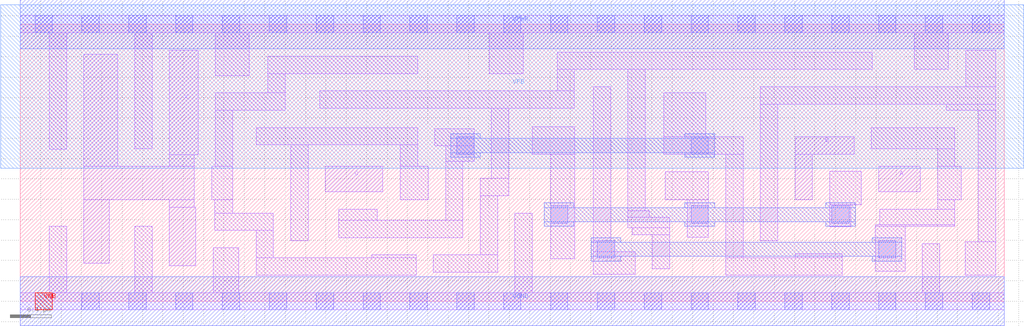
<source format=lef>
# Copyright 2020 The SkyWater PDK Authors
#
# Licensed under the Apache License, Version 2.0 (the "License");
# you may not use this file except in compliance with the License.
# You may obtain a copy of the License at
#
#     https://www.apache.org/licenses/LICENSE-2.0
#
# Unless required by applicable law or agreed to in writing, software
# distributed under the License is distributed on an "AS IS" BASIS,
# WITHOUT WARRANTIES OR CONDITIONS OF ANY KIND, either express or implied.
# See the License for the specific language governing permissions and
# limitations under the License.
#
# SPDX-License-Identifier: Apache-2.0

VERSION 5.7 ;
  NOWIREEXTENSIONATPIN ON ;
  DIVIDERCHAR "/" ;
  BUSBITCHARS "[]" ;
MACRO sky130_fd_sc_hd__xnor3_4
  CLASS CORE ;
  FOREIGN sky130_fd_sc_hd__xnor3_4 ;
  ORIGIN  0.000000  0.000000 ;
  SIZE  9.660000 BY  2.720000 ;
  SYMMETRY X Y R90 ;
  SITE unithd ;
  PIN A
    ANTENNAGATEAREA  0.246000 ;
    DIRECTION INPUT ;
    USE SIGNAL ;
    PORT
      LAYER li1 ;
        RECT 8.425000 1.075000 8.835000 1.325000 ;
    END
  END A
  PIN B
    ANTENNAGATEAREA  0.661500 ;
    DIRECTION INPUT ;
    USE SIGNAL ;
    PORT
      LAYER li1 ;
        RECT 7.605000 0.995000 7.775000 1.445000 ;
        RECT 7.605000 1.445000 8.185000 1.615000 ;
    END
  END B
  PIN C
    ANTENNAGATEAREA  0.381000 ;
    DIRECTION INPUT ;
    USE SIGNAL ;
    PORT
      LAYER li1 ;
        RECT 2.995000 1.075000 3.560000 1.325000 ;
    END
  END C
  PIN VNB
    PORT
      LAYER pwell ;
        RECT 0.145000 -0.085000 0.315000 0.085000 ;
    END
  END VNB
  PIN VPB
    PORT
      LAYER nwell ;
        RECT -0.190000 1.305000 9.850000 2.910000 ;
    END
  END VPB
  PIN X
    ANTENNADIFFAREA  0.891000 ;
    DIRECTION OUTPUT ;
    USE SIGNAL ;
    PORT
      LAYER li1 ;
        RECT 0.625000 0.375000 0.875000 0.995000 ;
        RECT 0.625000 0.995000 1.710000 1.325000 ;
        RECT 0.625000 1.325000 0.955000 2.425000 ;
        RECT 1.465000 0.350000 1.725000 0.925000 ;
        RECT 1.465000 0.925000 1.710000 0.995000 ;
        RECT 1.465000 1.325000 1.710000 1.440000 ;
        RECT 1.465000 1.440000 1.745000 2.465000 ;
    END
  END X
  PIN VGND
    DIRECTION INOUT ;
    SHAPE ABUTMENT ;
    USE GROUND ;
    PORT
      LAYER met1 ;
        RECT 0.000000 -0.240000 9.660000 0.240000 ;
    END
  END VGND
  PIN VPWR
    DIRECTION INOUT ;
    SHAPE ABUTMENT ;
    USE POWER ;
    PORT
      LAYER met1 ;
        RECT 0.000000 2.480000 9.660000 2.960000 ;
    END
  END VPWR
  OBS
    LAYER li1 ;
      RECT 0.000000 -0.085000 9.660000 0.085000 ;
      RECT 0.000000  2.635000 9.660000 2.805000 ;
      RECT 0.285000  0.085000 0.455000 0.735000 ;
      RECT 0.285000  1.490000 0.455000 2.635000 ;
      RECT 1.125000  0.085000 1.295000 0.735000 ;
      RECT 1.125000  1.495000 1.295000 2.635000 ;
      RECT 1.880000  0.995000 2.085000 1.325000 ;
      RECT 1.895000  0.085000 2.145000 0.525000 ;
      RECT 1.910000  0.695000 2.485000 0.865000 ;
      RECT 1.910000  0.865000 2.085000 0.995000 ;
      RECT 1.915000  1.325000 2.085000 1.875000 ;
      RECT 1.915000  1.875000 2.600000 2.045000 ;
      RECT 1.915000  2.215000 2.250000 2.635000 ;
      RECT 2.315000  0.255000 3.885000 0.425000 ;
      RECT 2.315000  0.425000 2.485000 0.695000 ;
      RECT 2.315000  1.535000 3.900000 1.705000 ;
      RECT 2.430000  2.045000 2.600000 2.235000 ;
      RECT 2.430000  2.235000 3.900000 2.405000 ;
      RECT 2.655000  0.595000 2.825000 1.535000 ;
      RECT 2.940000  1.895000 5.440000 2.065000 ;
      RECT 3.125000  0.625000 4.345000 0.795000 ;
      RECT 3.125000  0.795000 3.505000 0.905000 ;
      RECT 3.450000  0.425000 3.885000 0.455000 ;
      RECT 3.730000  0.995000 4.005000 1.325000 ;
      RECT 3.730000  1.325000 3.900000 1.535000 ;
      RECT 4.055000  0.285000 4.685000 0.455000 ;
      RECT 4.070000  1.525000 4.455000 1.695000 ;
      RECT 4.175000  0.795000 4.345000 1.375000 ;
      RECT 4.175000  1.375000 4.455000 1.525000 ;
      RECT 4.515000  0.455000 4.685000 1.035000 ;
      RECT 4.515000  1.035000 4.795000 1.205000 ;
      RECT 4.605000  2.235000 4.935000 2.635000 ;
      RECT 4.625000  1.205000 4.795000 1.895000 ;
      RECT 4.855000  0.085000 5.025000 0.865000 ;
      RECT 5.025000  1.445000 5.445000 1.715000 ;
      RECT 5.205000  0.415000 5.445000 1.445000 ;
      RECT 5.270000  2.065000 5.440000 2.275000 ;
      RECT 5.270000  2.275000 8.365000 2.445000 ;
      RECT 5.625000  0.265000 6.035000 0.485000 ;
      RECT 5.625000  0.485000 5.835000 0.595000 ;
      RECT 5.625000  0.595000 5.795000 2.105000 ;
      RECT 5.965000  0.720000 6.375000 0.825000 ;
      RECT 5.965000  0.825000 6.175000 0.890000 ;
      RECT 5.965000  0.890000 6.135000 2.275000 ;
      RECT 6.005000  0.655000 6.375000 0.720000 ;
      RECT 6.205000  0.320000 6.375000 0.655000 ;
      RECT 6.315000  1.445000 7.095000 1.615000 ;
      RECT 6.315000  1.615000 6.730000 2.045000 ;
      RECT 6.330000  0.995000 6.755000 1.270000 ;
      RECT 6.545000  0.630000 6.755000 0.995000 ;
      RECT 6.925000  0.255000 8.070000 0.425000 ;
      RECT 6.925000  0.425000 7.095000 1.445000 ;
      RECT 7.265000  0.595000 7.435000 1.935000 ;
      RECT 7.265000  1.935000 9.575000 2.105000 ;
      RECT 7.605000  0.425000 8.070000 0.465000 ;
      RECT 7.945000  0.730000 8.150000 0.945000 ;
      RECT 7.945000  0.945000 8.255000 1.275000 ;
      RECT 8.355000  1.495000 9.175000 1.705000 ;
      RECT 8.395000  0.295000 8.685000 0.735000 ;
      RECT 8.395000  0.735000 9.175000 0.750000 ;
      RECT 8.435000  0.750000 9.175000 0.905000 ;
      RECT 8.775000  2.275000 9.110000 2.635000 ;
      RECT 8.855000  0.085000 9.025000 0.565000 ;
      RECT 9.005000  0.905000 9.175000 0.995000 ;
      RECT 9.005000  0.995000 9.235000 1.325000 ;
      RECT 9.005000  1.325000 9.175000 1.495000 ;
      RECT 9.090000  1.875000 9.575000 1.935000 ;
      RECT 9.275000  0.255000 9.575000 0.585000 ;
      RECT 9.280000  2.105000 9.575000 2.465000 ;
      RECT 9.405000  0.585000 9.575000 1.875000 ;
    LAYER mcon ;
      RECT 0.145000 -0.085000 0.315000 0.085000 ;
      RECT 0.145000  2.635000 0.315000 2.805000 ;
      RECT 0.605000 -0.085000 0.775000 0.085000 ;
      RECT 0.605000  2.635000 0.775000 2.805000 ;
      RECT 1.065000 -0.085000 1.235000 0.085000 ;
      RECT 1.065000  2.635000 1.235000 2.805000 ;
      RECT 1.525000 -0.085000 1.695000 0.085000 ;
      RECT 1.525000  2.635000 1.695000 2.805000 ;
      RECT 1.985000 -0.085000 2.155000 0.085000 ;
      RECT 1.985000  2.635000 2.155000 2.805000 ;
      RECT 2.445000 -0.085000 2.615000 0.085000 ;
      RECT 2.445000  2.635000 2.615000 2.805000 ;
      RECT 2.905000 -0.085000 3.075000 0.085000 ;
      RECT 2.905000  2.635000 3.075000 2.805000 ;
      RECT 3.365000 -0.085000 3.535000 0.085000 ;
      RECT 3.365000  2.635000 3.535000 2.805000 ;
      RECT 3.825000 -0.085000 3.995000 0.085000 ;
      RECT 3.825000  2.635000 3.995000 2.805000 ;
      RECT 4.285000 -0.085000 4.455000 0.085000 ;
      RECT 4.285000  1.445000 4.455000 1.615000 ;
      RECT 4.285000  2.635000 4.455000 2.805000 ;
      RECT 4.745000 -0.085000 4.915000 0.085000 ;
      RECT 4.745000  2.635000 4.915000 2.805000 ;
      RECT 5.205000 -0.085000 5.375000 0.085000 ;
      RECT 5.205000  0.765000 5.375000 0.935000 ;
      RECT 5.205000  2.635000 5.375000 2.805000 ;
      RECT 5.665000 -0.085000 5.835000 0.085000 ;
      RECT 5.665000  0.425000 5.835000 0.595000 ;
      RECT 5.665000  2.635000 5.835000 2.805000 ;
      RECT 6.125000 -0.085000 6.295000 0.085000 ;
      RECT 6.125000  2.635000 6.295000 2.805000 ;
      RECT 6.585000 -0.085000 6.755000 0.085000 ;
      RECT 6.585000  0.765000 6.755000 0.935000 ;
      RECT 6.585000  1.445000 6.755000 1.615000 ;
      RECT 6.585000  2.635000 6.755000 2.805000 ;
      RECT 7.045000 -0.085000 7.215000 0.085000 ;
      RECT 7.045000  2.635000 7.215000 2.805000 ;
      RECT 7.505000 -0.085000 7.675000 0.085000 ;
      RECT 7.505000  2.635000 7.675000 2.805000 ;
      RECT 7.965000 -0.085000 8.135000 0.085000 ;
      RECT 7.965000  0.765000 8.135000 0.935000 ;
      RECT 7.965000  2.635000 8.135000 2.805000 ;
      RECT 8.425000 -0.085000 8.595000 0.085000 ;
      RECT 8.425000  0.425000 8.595000 0.595000 ;
      RECT 8.425000  2.635000 8.595000 2.805000 ;
      RECT 8.885000 -0.085000 9.055000 0.085000 ;
      RECT 8.885000  2.635000 9.055000 2.805000 ;
      RECT 9.345000 -0.085000 9.515000 0.085000 ;
      RECT 9.345000  2.635000 9.515000 2.805000 ;
    LAYER met1 ;
      RECT 4.225000 1.415000 4.515000 1.460000 ;
      RECT 4.225000 1.460000 6.815000 1.600000 ;
      RECT 4.225000 1.600000 4.515000 1.645000 ;
      RECT 5.145000 0.735000 5.435000 0.780000 ;
      RECT 5.145000 0.780000 8.195000 0.920000 ;
      RECT 5.145000 0.920000 5.435000 0.965000 ;
      RECT 5.605000 0.395000 5.895000 0.440000 ;
      RECT 5.605000 0.440000 8.655000 0.580000 ;
      RECT 5.605000 0.580000 5.895000 0.625000 ;
      RECT 6.525000 0.735000 6.815000 0.780000 ;
      RECT 6.525000 0.920000 6.815000 0.965000 ;
      RECT 6.525000 1.415000 6.815000 1.460000 ;
      RECT 6.525000 1.600000 6.815000 1.645000 ;
      RECT 7.905000 0.735000 8.195000 0.780000 ;
      RECT 7.905000 0.920000 8.195000 0.965000 ;
      RECT 8.365000 0.395000 8.655000 0.440000 ;
      RECT 8.365000 0.580000 8.655000 0.625000 ;
  END
END sky130_fd_sc_hd__xnor3_4
END LIBRARY

</source>
